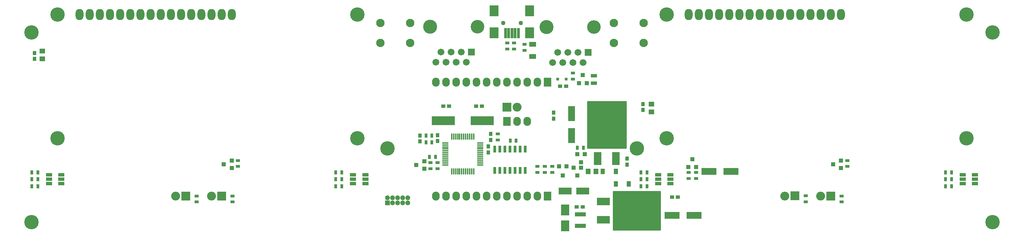
<source format=gbr>
G04 #@! TF.FileFunction,Soldermask,Top*
%FSLAX46Y46*%
G04 Gerber Fmt 4.6, Leading zero omitted, Abs format (unit mm)*
G04 Created by KiCad (PCBNEW 4.0.1-stable) date Tue 12 Jul 2016 10:41:03 AM CEST*
%MOMM*%
G01*
G04 APERTURE LIST*
%ADD10C,0.100000*%
%ADD11R,1.927200X2.232000*%
%ADD12O,1.927200X2.232000*%
%ADD13R,0.800000X1.700000*%
%ADD14R,1.000000X0.950000*%
%ADD15R,3.799180X1.800200*%
%ADD16O,2.000000X2.800000*%
%ADD17C,3.600000*%
%ADD18R,0.450000X1.500000*%
%ADD19R,1.500000X0.450000*%
%ADD20R,1.110000X1.420000*%
%ADD21R,1.000100X1.000100*%
%ADD22R,1.200000X1.450000*%
%ADD23R,0.950000X1.000000*%
%ADD24R,1.450000X1.200000*%
%ADD25R,2.000860X2.699360*%
%ADD26R,1.500000X0.900000*%
%ADD27R,1.250000X1.250000*%
%ADD28C,1.250000*%
%ADD29R,2.232000X2.232000*%
%ADD30O,2.232000X2.232000*%
%ADD31R,1.100000X0.700000*%
%ADD32R,0.700000X1.100000*%
%ADD33R,2.700000X1.100000*%
%ADD34R,3.248000X1.851000*%
%ADD35R,6.296000X6.296000*%
%ADD36R,1.851000X3.248000*%
%ADD37R,5.800700X2.300580*%
%ADD38C,2.100000*%
%ADD39R,1.800000X1.200000*%
%ADD40R,0.790000X0.650000*%
%ADD41R,0.700380X2.501240*%
%ADD42R,2.198980X2.699360*%
%ADD43C,1.099160*%
%ADD44C,3.500000*%
%ADD45C,3.400000*%
%ADD46R,1.701140X1.701140*%
%ADD47C,1.701140*%
%ADD48R,1.800200X3.799180*%
%ADD49R,3.199740X1.800200*%
%ADD50C,0.254000*%
G04 APERTURE END LIST*
D10*
D11*
X129098040Y-12428220D03*
D12*
X126558040Y-12428220D03*
X124018040Y-12428220D03*
X121478040Y-12428220D03*
X118938040Y-12428220D03*
X116398040Y-12428220D03*
X113858040Y-12428220D03*
X111318040Y-12428220D03*
X108778040Y-12428220D03*
X106238040Y-12428220D03*
X103698040Y-12428220D03*
X101158040Y-12428220D03*
D13*
X123535440Y-29146520D03*
X122265440Y-29146520D03*
X120995440Y-29146520D03*
X119725440Y-29146520D03*
X118455440Y-29146520D03*
X117185440Y-29146520D03*
X115915440Y-29146520D03*
X115915440Y-34546520D03*
X117185440Y-34546520D03*
X118455440Y-34546520D03*
X119725440Y-34546520D03*
X120995440Y-34546520D03*
X122265440Y-34546520D03*
X123535440Y-34546520D03*
D14*
X133708840Y-13462000D03*
X132208840Y-13462000D03*
D15*
X169501820Y-34767520D03*
X175003460Y-34767520D03*
D16*
X12004040Y4500880D03*
X14544040Y4500880D03*
X17084040Y4500880D03*
X19624040Y4500880D03*
X22164040Y4500880D03*
X24704040Y4500880D03*
X27244040Y4500880D03*
X29784040Y4500880D03*
X32324040Y4500880D03*
X34864040Y4500880D03*
X37404040Y4500880D03*
X39944040Y4500880D03*
X42484040Y4500880D03*
X45024040Y4500880D03*
X47564040Y4500880D03*
X50104040Y4500880D03*
D17*
X6504940Y4500880D03*
X6504940Y-26499820D03*
X81503520Y-26499820D03*
X81503520Y4500880D03*
D15*
X160230820Y-45791120D03*
X165732460Y-45791120D03*
D18*
X110613640Y-26023320D03*
X110113640Y-26023320D03*
X109613640Y-26023320D03*
X109113640Y-26023320D03*
X108613640Y-26023320D03*
X108113640Y-26023320D03*
X107613640Y-26023320D03*
X107113640Y-26023320D03*
X106613640Y-26023320D03*
X106113640Y-26023320D03*
X105613640Y-26023320D03*
X105113640Y-26023320D03*
D19*
X103513640Y-27623320D03*
X103513640Y-28123320D03*
X103513640Y-28623320D03*
X103513640Y-29123320D03*
X103513640Y-29623320D03*
X103513640Y-30123320D03*
X103513640Y-30623320D03*
X103513640Y-31123320D03*
X103513640Y-31623320D03*
X103513640Y-32123320D03*
X103513640Y-32623320D03*
X103513640Y-33123320D03*
D18*
X105113640Y-34723320D03*
X105613640Y-34723320D03*
X106113640Y-34723320D03*
X106613640Y-34723320D03*
X107113640Y-34723320D03*
X107613640Y-34723320D03*
X108113640Y-34723320D03*
X108613640Y-34723320D03*
X109113640Y-34723320D03*
X109613640Y-34723320D03*
X110113640Y-34723320D03*
X110613640Y-34723320D03*
D19*
X112213640Y-33123320D03*
X112213640Y-32623320D03*
X112213640Y-32123320D03*
X112213640Y-31623320D03*
X112213640Y-31123320D03*
X112213640Y-30623320D03*
X112213640Y-30123320D03*
X112213640Y-29623320D03*
X112213640Y-29123320D03*
X112213640Y-28623320D03*
X112213640Y-28123320D03*
X112213640Y-27623320D03*
D20*
X146170140Y-37853620D03*
X149440140Y-37853620D03*
D21*
X98244660Y-34084300D03*
X98244660Y-32184300D03*
X96245680Y-33134300D03*
D22*
X141213080Y-34757360D03*
X139213080Y-34757360D03*
D14*
X137912540Y-43672760D03*
X136412540Y-43672760D03*
X160225040Y-41168320D03*
X161725040Y-41168320D03*
D23*
X148971000Y-31533400D03*
X148971000Y-33033400D03*
X130581400Y-20027200D03*
X130581400Y-21527200D03*
D14*
X112703040Y-18384520D03*
X111203040Y-18384520D03*
X102993760Y-18384520D03*
X104493760Y-18384520D03*
D23*
X101579680Y-27160920D03*
X101579680Y-25660920D03*
X114277140Y-28518420D03*
X114277140Y-30018420D03*
X114830860Y-25396760D03*
X114830860Y-26896760D03*
X777240Y-6586920D03*
X777240Y-5086920D03*
D24*
X2669540Y-6582920D03*
X2669540Y-4582920D03*
D23*
X152999440Y-17888520D03*
X152999440Y-19388520D03*
D24*
X155069540Y-17879820D03*
X155069540Y-19879820D03*
D25*
X133522720Y-48422560D03*
X133522720Y-44424600D03*
D20*
X146176240Y-34754820D03*
X142906240Y-34754820D03*
D26*
X4358040Y-35648720D03*
X4358040Y-36748720D03*
X4358040Y-37848720D03*
X7458040Y-37848720D03*
X7458040Y-36748720D03*
X7458040Y-35648720D03*
X80405640Y-35648720D03*
X80405640Y-36748720D03*
X80405640Y-37848720D03*
X83505640Y-37848720D03*
X83505640Y-36748720D03*
X83505640Y-35648720D03*
X156758040Y-35648720D03*
X156758040Y-36748720D03*
X156758040Y-37848720D03*
X159858040Y-37848720D03*
X159858040Y-36748720D03*
X159858040Y-35648720D03*
X232958040Y-35648720D03*
X232958040Y-36748720D03*
X232958040Y-37848720D03*
X236058040Y-37848720D03*
X236058040Y-36748720D03*
X236058040Y-35648720D03*
D27*
X89062560Y-42646600D03*
D28*
X90332560Y-42646600D03*
X91602560Y-42646600D03*
X92872560Y-42646600D03*
X94142560Y-42646600D03*
X90332560Y-41376600D03*
X91602560Y-41376600D03*
X92872560Y-41376600D03*
X94142560Y-41376600D03*
X89062560Y-41376600D03*
D29*
X38615620Y-40901620D03*
D30*
X36075620Y-40901620D03*
D29*
X191010540Y-40888920D03*
D30*
X188470540Y-40901620D03*
D29*
X47576740Y-40901620D03*
D30*
X45036740Y-40901620D03*
D29*
X199981820Y-40901620D03*
D30*
X197441820Y-40901620D03*
D21*
X138435120Y-30434280D03*
X136535120Y-30434280D03*
X137485120Y-32433260D03*
X137485160Y-33817560D03*
X135585160Y-33817560D03*
X136535160Y-35816540D03*
X133858040Y-33512760D03*
X131958040Y-33512760D03*
X132908040Y-35813520D03*
X164343040Y-33698180D03*
X166243040Y-33698180D03*
X165293040Y-31699200D03*
X50101500Y-33914120D03*
X50101500Y-32014120D03*
X48102520Y-32964120D03*
X202514200Y-33914120D03*
X202514200Y-32014120D03*
X200515220Y-32964120D03*
D31*
X126573280Y-35019680D03*
X126573280Y-33519680D03*
D32*
X138037000Y-28813760D03*
X136537000Y-28813760D03*
D31*
X130261360Y-35009520D03*
X130261360Y-33509520D03*
X128417320Y-35004440D03*
X128417320Y-33504440D03*
D32*
X121237440Y-27020520D03*
X119737440Y-27020520D03*
D31*
X116682520Y-25396760D03*
X116682520Y-26896760D03*
X41277540Y-42400920D03*
X41277540Y-40900920D03*
X193677540Y-42388220D03*
X193677540Y-40888220D03*
X50243740Y-42413620D03*
X50243740Y-40913620D03*
X202643740Y-42413620D03*
X202643740Y-40913620D03*
D32*
X52640Y-35046920D03*
X1552640Y-35046920D03*
X52640Y-36748720D03*
X1552640Y-36748720D03*
X52640Y-38450520D03*
X1552640Y-38450520D03*
X76100240Y-35046920D03*
X77600240Y-35046920D03*
X76100240Y-36748720D03*
X77600240Y-36748720D03*
X76100240Y-38450520D03*
X77600240Y-38450520D03*
X152452640Y-35046920D03*
X153952640Y-35046920D03*
X152452640Y-36748720D03*
X153952640Y-36748720D03*
X152452640Y-38450520D03*
X153952640Y-38450520D03*
X228652640Y-35046920D03*
X230152640Y-35046920D03*
X228652640Y-36748720D03*
X230152640Y-36748720D03*
X228652640Y-38450520D03*
X230152640Y-38450520D03*
D31*
X164429440Y-36520820D03*
X164429440Y-35020820D03*
X166245540Y-35020820D03*
X166245540Y-36520820D03*
X51592480Y-33510920D03*
X51592480Y-32010920D03*
X204066140Y-33523620D03*
X204066140Y-32023620D03*
D33*
X137325100Y-48422220D03*
X137325100Y-45522220D03*
D34*
X143095980Y-42331640D03*
D35*
X149445980Y-44617640D03*
D34*
X143095980Y-46903640D03*
D36*
X141620240Y-31541720D03*
D35*
X143906240Y-25191720D03*
D36*
X146192240Y-31541720D03*
D37*
X112707420Y-22031960D03*
X103009700Y-22031960D03*
D17*
X89001600Y-28999180D03*
X2540Y-47495460D03*
X151401780Y-28999180D03*
X240400840Y0D03*
X240400840Y-47495460D03*
D38*
X153161380Y-2584460D03*
X145661380Y-2584460D03*
X153161380Y2415540D03*
X145661380Y2413000D03*
X94741380Y-2584460D03*
X87241380Y-2584460D03*
X94741380Y2415540D03*
X87241380Y2415540D03*
D17*
X0Y0D03*
D16*
X164404040Y4500880D03*
X166944040Y4500880D03*
X169484040Y4500880D03*
X172024040Y4500880D03*
X174564040Y4500880D03*
X177104040Y4500880D03*
X179644040Y4500880D03*
X182184040Y4500880D03*
X184724040Y4500880D03*
X187264040Y4500880D03*
X189804040Y4500880D03*
X192344040Y4500880D03*
X194884040Y4500880D03*
X197424040Y4500880D03*
X199964040Y4500880D03*
X202504040Y4500880D03*
D17*
X158904940Y4500880D03*
X158904940Y-26499820D03*
X233903520Y-26499820D03*
X233903520Y4500880D03*
D39*
X125351540Y-2952620D03*
X125351540Y-5952620D03*
D23*
X97185480Y-25762520D03*
X97185480Y-27262520D03*
D40*
X131599040Y-11607800D03*
X133709040Y-11607800D03*
D41*
X121793000Y-172720D03*
X120992900Y-172720D03*
X120192800Y-172720D03*
X119392700Y-172720D03*
X118592600Y-172720D03*
D42*
X124642880Y-73660D03*
X124642880Y5425440D03*
X115742720Y-73660D03*
X115742720Y5425440D03*
D43*
X122392440Y2425700D03*
X117993160Y2425700D03*
D21*
X136984700Y-12659360D03*
X138884700Y-12659360D03*
X137934700Y-10660380D03*
D31*
X135407400Y-10105960D03*
X135407400Y-11605960D03*
D26*
X140728700Y-12659400D03*
X140728700Y-10759400D03*
D31*
X123306840Y-4448240D03*
X123306840Y-2948240D03*
X101564440Y-32595120D03*
X101564440Y-34095120D03*
X99837240Y-34095120D03*
X99837240Y-32595120D03*
D32*
X101044440Y-31109920D03*
X99544440Y-31109920D03*
D31*
X120736360Y-4128200D03*
X120736360Y-2628200D03*
X118983760Y-4128200D03*
X118983760Y-2628200D03*
D32*
X100160520Y-25765760D03*
X98660520Y-25765760D03*
X98660520Y-27518360D03*
X100160520Y-27518360D03*
D44*
X99687380Y1462360D03*
D45*
X111556800Y1462360D03*
D46*
X110070900Y-4887640D03*
D47*
X108800900Y-7427640D03*
X107530900Y-4887640D03*
X106260900Y-7427640D03*
X104990900Y-4887640D03*
X103720900Y-7427640D03*
X102450900Y-4887640D03*
X101180900Y-7427640D03*
D44*
X128828800Y1406480D03*
D45*
X140698220Y1406480D03*
D46*
X139212320Y-4943520D03*
D47*
X137942320Y-7483520D03*
X136672320Y-4943520D03*
X135402320Y-7483520D03*
X134132320Y-4943520D03*
X132862320Y-7483520D03*
X131592320Y-4943520D03*
X130322320Y-7483520D03*
D11*
X118932960Y-22230080D03*
D12*
X121472960Y-22230080D03*
X124012960Y-22230080D03*
D11*
X129110740Y-40901620D03*
D12*
X126570740Y-40901620D03*
X124030740Y-40901620D03*
X121490740Y-40901620D03*
X118950740Y-40901620D03*
X116410740Y-40901620D03*
X113870740Y-40901620D03*
X111330740Y-40901620D03*
X108790740Y-40901620D03*
X106250740Y-40901620D03*
X103710740Y-40901620D03*
X101170740Y-40901620D03*
D29*
X118932960Y-18643600D03*
D30*
X121472960Y-18643600D03*
D48*
X135143240Y-20307300D03*
X135143240Y-25808940D03*
D49*
X137901680Y-39649400D03*
X133502400Y-39649400D03*
D50*
G36*
X157251400Y-49428400D02*
X145481040Y-49428400D01*
X145481040Y-39786560D01*
X157251400Y-39786560D01*
X157251400Y-49428400D01*
X157251400Y-49428400D01*
G37*
X157251400Y-49428400D02*
X145481040Y-49428400D01*
X145481040Y-39786560D01*
X157251400Y-39786560D01*
X157251400Y-49428400D01*
G36*
X148727160Y-28935680D02*
X139085320Y-28935680D01*
X139085320Y-17236440D01*
X148727160Y-17236440D01*
X148727160Y-28935680D01*
X148727160Y-28935680D01*
G37*
X148727160Y-28935680D02*
X139085320Y-28935680D01*
X139085320Y-17236440D01*
X148727160Y-17236440D01*
X148727160Y-28935680D01*
M02*

</source>
